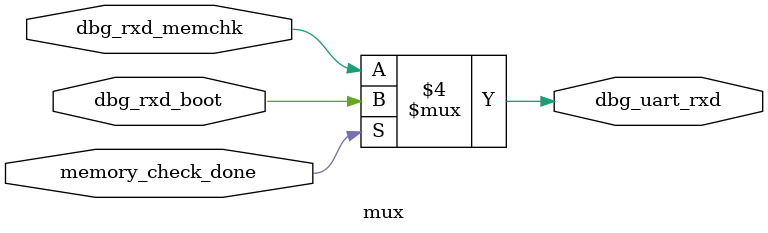
<source format=v>
module mux(dbg_rxd_memchk,dbg_rxd_boot,memory_check_done, dbg_uart_rxd);

input dbg_rxd_memchk,dbg_rxd_boot,memory_check_done;
output reg dbg_uart_rxd;

//always @(posedge mclk or negedge reset_n)
always @(memory_check_done or dbg_rxd_memchk or dbg_rxd_boot)
	begin
		if (memory_check_done ==1'b0)
		dbg_uart_rxd = dbg_rxd_memchk;
		else //(memory_check_done ==1'b1)
		dbg_uart_rxd = dbg_rxd_boot;
	end
	
endmodule

</source>
